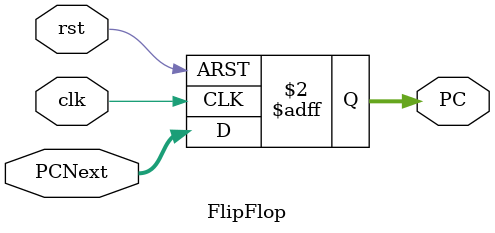
<source format=v>
`timescale 1ns/1ns
module FlipFlop(clk,rst,PCNext,PC);
    input [31:0] PCNext;
    output [31:0] PC;
    reg [31:0] PC;
    input clk,rst;
    always @(posedge clk or posedge rst) begin
        if(rst)
            PC<=32'd0;
        else
            PC <= PCNext;
    end

    
endmodule
</source>
